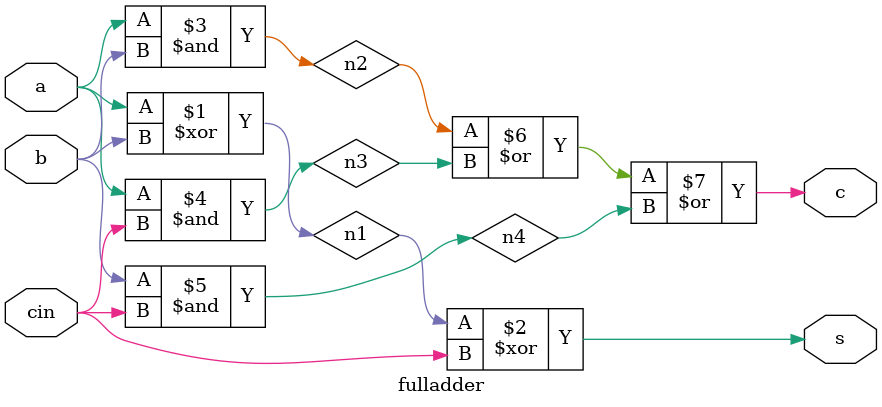
<source format=v>
module fulladder(s,c,a,b,cin);
  input a, b, cin;
  output s, c;
  wire n1,n2,n3,n4;

  // Para el s
  xor xor1(n1, a, b);
  xor xor2(s, n1, cin);

  // Para el c
  and and1(n2, a, b);
  and and2(n3, a, cin);
  and and3(n4, b, cin);
  or or1(c, n2, n3, n4);
endmodule
</source>
